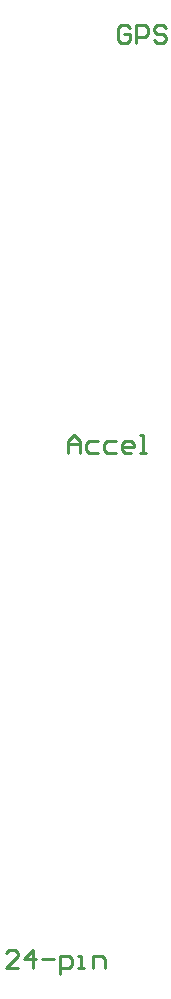
<source format=gbr>
%TF.GenerationSoftware,Altium Limited,Altium Designer,24.3.1 (35)*%
G04 Layer_Color=65535*
%FSLAX45Y45*%
%MOMM*%
%TF.SameCoordinates,1C176170-2899-406E-8B2E-9C71E4A34281*%
%TF.FilePolarity,Positive*%
%TF.FileFunction,Legend,Top*%
%TF.Part,Single*%
G01*
G75*
%TA.AperFunction,NonConductor*%
%ADD13C,0.25400*%
D13*
X3342607Y4137660D02*
X3241040D01*
X3342607Y4239227D01*
Y4264619D01*
X3317215Y4290011D01*
X3266432D01*
X3241040Y4264619D01*
X3469566Y4137660D02*
Y4290011D01*
X3393391Y4213835D01*
X3494958D01*
X3545741D02*
X3647309D01*
X3698092Y4086877D02*
Y4239227D01*
X3774268D01*
X3799659Y4213835D01*
Y4163052D01*
X3774268Y4137660D01*
X3698092D01*
X3850443D02*
X3901226D01*
X3875835D01*
Y4239227D01*
X3850443D01*
X3977402Y4137660D02*
Y4239227D01*
X4053577D01*
X4078969Y4213835D01*
Y4137660D01*
X3769360Y8493760D02*
Y8595327D01*
X3820143Y8646111D01*
X3870927Y8595327D01*
Y8493760D01*
Y8569935D01*
X3769360D01*
X4023278Y8595327D02*
X3947103D01*
X3921711Y8569935D01*
Y8519152D01*
X3947103Y8493760D01*
X4023278D01*
X4175629Y8595327D02*
X4099453D01*
X4074061Y8569935D01*
Y8519152D01*
X4099453Y8493760D01*
X4175629D01*
X4302588D02*
X4251804D01*
X4226412Y8519152D01*
Y8569935D01*
X4251804Y8595327D01*
X4302588D01*
X4327979Y8569935D01*
Y8544543D01*
X4226412D01*
X4378763Y8493760D02*
X4429546D01*
X4404155D01*
Y8646111D01*
X4378763D01*
X4295107Y12095439D02*
X4269715Y12120831D01*
X4218932D01*
X4193540Y12095439D01*
Y11993872D01*
X4218932Y11968480D01*
X4269715D01*
X4295107Y11993872D01*
Y12044655D01*
X4244323D01*
X4345891Y11968480D02*
Y12120831D01*
X4422066D01*
X4447458Y12095439D01*
Y12044655D01*
X4422066Y12019263D01*
X4345891D01*
X4599809Y12095439D02*
X4574417Y12120831D01*
X4523633D01*
X4498241Y12095439D01*
Y12070047D01*
X4523633Y12044655D01*
X4574417D01*
X4599809Y12019263D01*
Y11993872D01*
X4574417Y11968480D01*
X4523633D01*
X4498241Y11993872D01*
%TF.MD5,6e32abf0ee67f7748db74e01bb21b754*%
M02*

</source>
